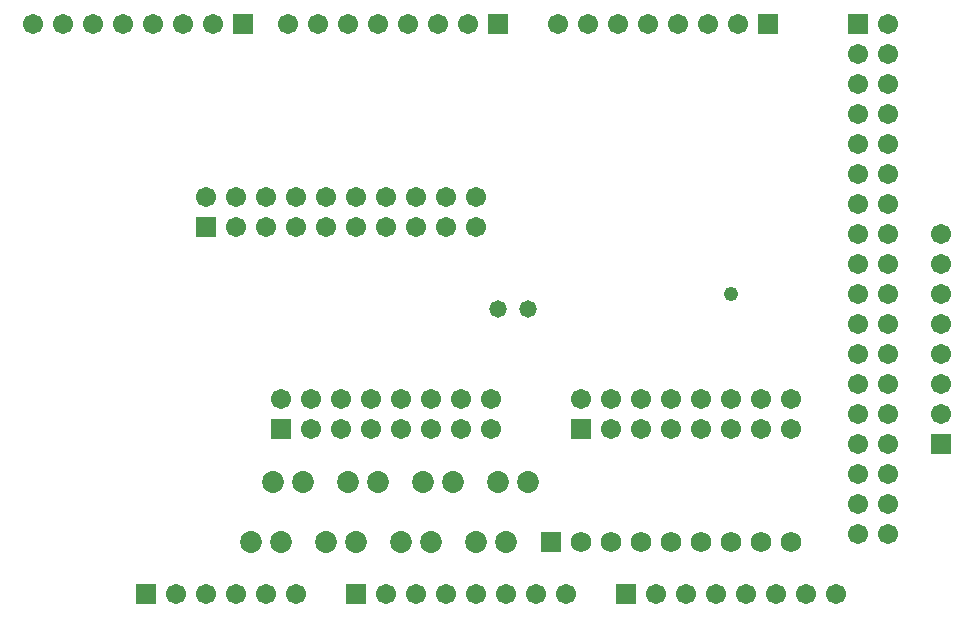
<source format=gts>
%FSAX24Y24*%
%MOIN*%
G70*
G01*
G75*
G04 Layer_Color=8388736*
%ADD10C,0.0120*%
%ADD11C,0.0250*%
%ADD12C,0.0500*%
%ADD13C,0.0591*%
%ADD14R,0.0591X0.0591*%
%ADD15R,0.0591X0.0591*%
%ADD16C,0.0600*%
%ADD17R,0.0600X0.0600*%
%ADD18C,0.0650*%
%ADD19C,0.0400*%
%ADD20C,0.0500*%
%ADD21C,0.0079*%
%ADD22C,0.0197*%
%ADD23C,0.0080*%
%ADD24C,0.0100*%
%ADD25C,0.0671*%
%ADD26R,0.0671X0.0671*%
%ADD27R,0.0671X0.0671*%
%ADD28C,0.0680*%
%ADD29R,0.0680X0.0680*%
%ADD30C,0.0730*%
%ADD31C,0.0480*%
%ADD32C,0.0580*%
D25*
X037500Y037500D02*
D03*
X036500D02*
D03*
X035500D02*
D03*
X034500D02*
D03*
X033500D02*
D03*
X032500D02*
D03*
X031500D02*
D03*
X030500D02*
D03*
X037500Y036500D02*
D03*
X036500D02*
D03*
X035500D02*
D03*
X034500D02*
D03*
X033500D02*
D03*
X032500D02*
D03*
X031500D02*
D03*
X047500Y037500D02*
D03*
X046500D02*
D03*
X045500D02*
D03*
X044500D02*
D03*
X043500D02*
D03*
X042500D02*
D03*
X041500D02*
D03*
X040500D02*
D03*
X047500Y036500D02*
D03*
X046500D02*
D03*
X045500D02*
D03*
X044500D02*
D03*
X043500D02*
D03*
X042500D02*
D03*
X041500D02*
D03*
X050750Y050000D02*
D03*
X049750Y049000D02*
D03*
X050750D02*
D03*
X049750Y048000D02*
D03*
X050750D02*
D03*
X049750Y047000D02*
D03*
X050750D02*
D03*
X049750Y046000D02*
D03*
X050750D02*
D03*
X049750Y045000D02*
D03*
X050750D02*
D03*
X049750Y044000D02*
D03*
X050750D02*
D03*
X049750Y043000D02*
D03*
X050750D02*
D03*
X049750Y042000D02*
D03*
X050750D02*
D03*
X049750Y041000D02*
D03*
X050750D02*
D03*
X049750Y040000D02*
D03*
X050750D02*
D03*
X049750Y039000D02*
D03*
X050750D02*
D03*
X049750Y038000D02*
D03*
X050750D02*
D03*
X049750Y037000D02*
D03*
X050750D02*
D03*
X049750Y036000D02*
D03*
X050750D02*
D03*
X049750Y035000D02*
D03*
X050750D02*
D03*
X049750Y034000D02*
D03*
X050750D02*
D03*
X049750Y033000D02*
D03*
X050750D02*
D03*
X031000Y031000D02*
D03*
X030000D02*
D03*
X029000D02*
D03*
X028000D02*
D03*
X027000D02*
D03*
X049000D02*
D03*
X048000D02*
D03*
X047000D02*
D03*
X046000D02*
D03*
X045000D02*
D03*
X044000D02*
D03*
X043000D02*
D03*
X040000D02*
D03*
X039000D02*
D03*
X038000D02*
D03*
X037000D02*
D03*
X036000D02*
D03*
X035000D02*
D03*
X034000D02*
D03*
X039750Y050000D02*
D03*
X040750D02*
D03*
X041750D02*
D03*
X042750D02*
D03*
X043750D02*
D03*
X044750D02*
D03*
X045750D02*
D03*
X030750D02*
D03*
X031750D02*
D03*
X032750D02*
D03*
X033750D02*
D03*
X034750D02*
D03*
X035750D02*
D03*
X036750D02*
D03*
X022250D02*
D03*
X023250D02*
D03*
X024250D02*
D03*
X025250D02*
D03*
X026250D02*
D03*
X027250D02*
D03*
X028250D02*
D03*
X052500Y043000D02*
D03*
Y042000D02*
D03*
Y041000D02*
D03*
Y040000D02*
D03*
Y039000D02*
D03*
Y038000D02*
D03*
Y037000D02*
D03*
X029000Y043250D02*
D03*
X030000D02*
D03*
X031000D02*
D03*
X032000D02*
D03*
X033000D02*
D03*
X034000D02*
D03*
X035000D02*
D03*
X036000D02*
D03*
X037000D02*
D03*
X028000Y044250D02*
D03*
X029000D02*
D03*
X030000D02*
D03*
X031000D02*
D03*
X032000D02*
D03*
X033000D02*
D03*
X034000D02*
D03*
X035000D02*
D03*
X036000D02*
D03*
X037000D02*
D03*
D26*
X030500Y036500D02*
D03*
X040500D02*
D03*
X026000Y031000D02*
D03*
X042000D02*
D03*
X033000D02*
D03*
X046750Y050000D02*
D03*
X037750D02*
D03*
X029250D02*
D03*
X028000Y043250D02*
D03*
D27*
X049750Y050000D02*
D03*
X052500Y036000D02*
D03*
D28*
X047500Y032750D02*
D03*
X046500D02*
D03*
X045500D02*
D03*
X044500D02*
D03*
X043500D02*
D03*
X042500D02*
D03*
X041500D02*
D03*
X040500D02*
D03*
D29*
X039500D02*
D03*
D30*
X030500D02*
D03*
X029500D02*
D03*
X035500D02*
D03*
X034500D02*
D03*
X033000D02*
D03*
X032000D02*
D03*
X032750Y034750D02*
D03*
X033750D02*
D03*
X035250D02*
D03*
X036250D02*
D03*
X038000Y032750D02*
D03*
X037000D02*
D03*
X037750Y034750D02*
D03*
X038750D02*
D03*
X030250D02*
D03*
X031250D02*
D03*
D31*
X045500Y041000D02*
D03*
D32*
X038747Y040503D02*
D03*
X037747Y040503D02*
D03*
M02*

</source>
